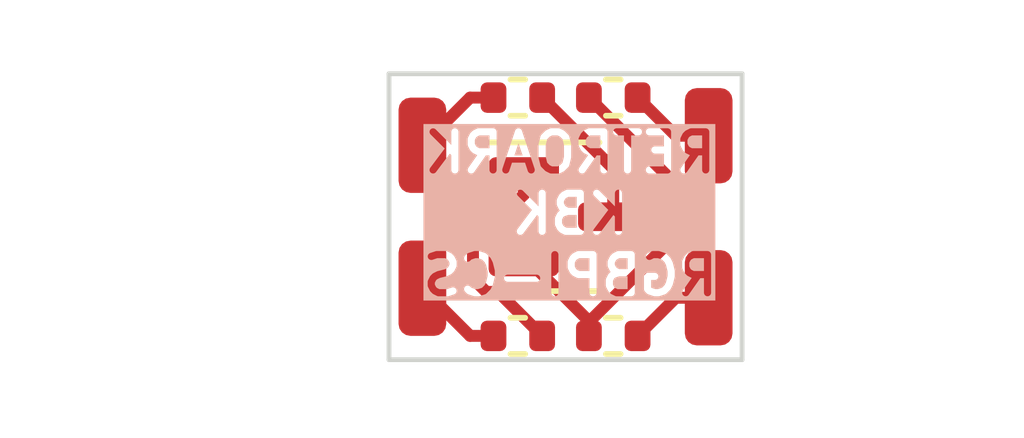
<source format=kicad_pcb>
(kicad_pcb (version 20221018) (generator pcbnew)
  (title_block (title "RGBpi ultracheap sync mixer mod") (date "2024-01-25") (rev "1.00") (company "KabukiFlux / Retroark"))
  (layers (0 "F.Cu" signal) (31 "B.Cu" signal) (34 "B.Paste" user) (35 "F.Paste" user) (36 "B.SilkS" user "B.Silkscreen") (37 "F.SilkS" user "F.Silkscreen") (38 "B.Mask" user) (39 "F.Mask" user) (44 "Edge.Cuts" user))
  (net 0 "")
  (net 1 "/CSYNC")
  (net 2 "GND")
  (net 3 "/HSYNC")
  (net 4 "Net-(Q1-B)")
  (net 5 "Net-(Q1-E)")
  (net 6 "Net-(Q1-C)")
  (net 7 "/VSYNC")
  (footprint "Package_TO_SOT_SMD:SOT-23" (layer "F.Cu") (at 105 67.9)
    (fp_text reference "Q1" hide)
    (fp_text value "MMBT3904")
    (fp_line (start 0 -1.56) (end -1.675 -1.56) (stroke (width 0.12)) (layer "F.SilkS"))
    (fp_line (start 0 -1.56) (end 0.65 -1.56) (stroke (width 0.12)) (layer "F.SilkS"))
    (fp_line (start 0 1.56) (end -0.65 1.56) (stroke (width 0.12)) (layer "F.SilkS"))
    (fp_line (start 0 1.56) (end 0.65 1.56) (stroke (width 0.12)) (layer "F.SilkS"))
    (pad "1" smd roundrect (at -0.9375 -0.95) (size 1.475 0.6) (layers "F.Cu" "F.Paste" "F.Mask") (net 4 "Net-(Q1-B)"))
    (pad "2" smd roundrect (at -0.9375 0.95) (size 1.475 0.6) (layers "F.Cu" "F.Paste" "F.Mask") (net 5 "Net-(Q1-E)"))
    (pad "3" smd roundrect (at 0.9375 0) (size 1.475 0.6) (layers "F.Cu" "F.Paste" "F.Mask") (net 6 "Net-(Q1-C)"))
  )
  (footprint "Resistor_SMD:R_0402_1005Metric" (layer "F.Cu") (at 105.9375 70.4)
    (fp_text reference "R3" hide)
    (fp_text value "1k")
    (fp_line (start -0.153641 -0.38) (end 0.153641 -0.38) (stroke (width 0.12)) (layer "F.SilkS"))
    (fp_line (start -0.153641 0.38) (end 0.153641 0.38) (stroke (width 0.12)) (layer "F.SilkS"))
    (pad "1" smd roundrect (at -0.51 0) (size 0.54 0.64) (layers "F.Cu" "F.Paste" "F.Mask") (net 5 "Net-(Q1-E)"))
    (pad "2" smd roundrect (at 0.51 0) (size 0.54 0.64) (layers "F.Cu" "F.Paste" "F.Mask") (net 2 "GND"))
  )
  (footprint "Resistor_SMD:R_0402_1005Metric" (layer "F.Cu") (at 103.9375 65.4)
    (fp_text reference "R1" hide)
    (fp_text value "100")
    (fp_line (start -0.153641 -0.38) (end 0.153641 -0.38) (stroke (width 0.12)) (layer "F.SilkS"))
    (fp_line (start -0.153641 0.38) (end 0.153641 0.38) (stroke (width 0.12)) (layer "F.SilkS"))
    (pad "1" smd roundrect (at -0.51 0) (size 0.54 0.64) (layers "F.Cu" "F.Paste" "F.Mask") (net 7 "/VSYNC"))
    (pad "2" smd roundrect (at 0.51 0) (size 0.54 0.64) (layers "F.Cu" "F.Paste" "F.Mask") (net 6 "Net-(Q1-C)"))
  )
  (footprint "Connector_Wire:SolderWirePad_1x01_SMD_1x2mm" (layer "F.Cu") (at 107.9375 66.2)
    (fp_text reference "CSYNC1" hide)
    (fp_text value "CSYNC CONN" hide)
    (pad "1" smd roundrect (at 0 0) (size 1 2) (layers "F.Cu" "F.Paste" "F.Mask") (net 1 "/CSYNC"))
  )
  (footprint "Resistor_SMD:R_0402_1005Metric" (layer "F.Cu") (at 105.9375 65.4)
    (fp_text reference "R4" hide)
    (fp_text value "470")
    (fp_line (start -0.153641 -0.38) (end 0.153641 -0.38) (stroke (width 0.12)) (layer "F.SilkS"))
    (fp_line (start -0.153641 0.38) (end 0.153641 0.38) (stroke (width 0.12)) (layer "F.SilkS"))
    (pad "1" smd roundrect (at -0.51 0) (size 0.54 0.64) (layers "F.Cu" "F.Paste" "F.Mask") (net 5 "Net-(Q1-E)"))
    (pad "2" smd roundrect (at 0.51 0) (size 0.54 0.64) (layers "F.Cu" "F.Paste" "F.Mask") (net 1 "/CSYNC"))
  )
  (footprint "Connector_Wire:SolderWirePad_1x01_SMD_1x2mm" (layer "F.Cu") (at 101.9375 69.4 180)
    (fp_text reference "HSYNC1" hide)
    (fp_text value "HSYNC CONN" hide)
    (pad "1" smd roundrect (at 0 0 180) (size 1 2) (layers "F.Cu" "F.Paste" "F.Mask") (net 3 "/HSYNC"))
  )
  (footprint "Connector_Wire:SolderWirePad_1x01_SMD_1x2mm" (layer "F.Cu") (at 101.9375 66.4 180)
    (fp_text reference "VSYNC1" hide)
    (fp_text value "VSYNC CONN" hide)
    (pad "1" smd roundrect (at 0 0 180) (size 1 2) (layers "F.Cu" "F.Paste" "F.Mask") (net 7 "/VSYNC"))
  )
  (footprint "Connector_Wire:SolderWirePad_1x01_SMD_1x2mm" (layer "F.Cu") (at 107.9375 69.6)
    (fp_text reference "GND1" hide)
    (fp_text value "GND CONN" hide)
    (pad "1" smd roundrect (at 0 0) (size 1 2) (layers "F.Cu" "F.Paste" "F.Mask") (net 2 "GND"))
  )
  (footprint "Resistor_SMD:R_0402_1005Metric" (layer "F.Cu") (at 103.9375 70.4)
    (fp_text reference "R2" hide)
    (fp_text value "10k")
    (fp_line (start -0.153641 -0.38) (end 0.153641 -0.38) (stroke (width 0.12)) (layer "F.SilkS"))
    (fp_line (start -0.153641 0.38) (end 0.153641 0.38) (stroke (width 0.12)) (layer "F.SilkS"))
    (pad "1" smd roundrect (at -0.51 0) (size 0.54 0.64) (layers "F.Cu" "F.Paste" "F.Mask") (net 3 "/HSYNC"))
    (pad "2" smd roundrect (at 0.51 0) (size 0.54 0.64) (layers "F.Cu" "F.Paste" "F.Mask") (net 4 "Net-(Q1-B)"))
  )
  (gr_line (start 108.6375 70.9) (end 101.2375 70.9) (stroke (width 0.1)) (layer "Edge.Cuts"))
  (gr_line (start 108.6375 64.9) (end 108.6375 70.9) (stroke (width 0.1)) (layer "Edge.Cuts"))
  (gr_line (start 101.2375 70.9) (end 101.2375 64.9) (stroke (width 0.1)) (layer "Edge.Cuts"))
  (gr_line (start 101.2375 64.9) (end 108.6375 64.9) (stroke (width 0.1)) (layer "Edge.Cuts"))
  (gr_text "RETROARK\nKBK\nRGBPI-CS" (at 105.0375 69.6) (layer "B.SilkS" knockout) (effects (font (size 0.8 0.8)) (justify bottom mirror)))
  (segment (start 107.9375 66.2) (end 107.2475 66.2) (width 0.25) (layer "F.Cu") (net 1))
  (segment (start 107.2475 66.2) (end 106.4475 65.4) (width 0.25) (layer "F.Cu") (net 1))
  (segment (start 107.9375 69.6) (end 107.2475 69.6) (width 0.25) (layer "F.Cu") (net 2))
  (segment (start 107.2475 69.6) (end 106.4475 70.4) (width 0.25) (layer "F.Cu") (net 2))
  (segment (start 101.9375 69.4) (end 102.9375 70.4) (width 0.25) (layer "F.Cu") (net 3))
  (segment (start 102.9375 70.4) (end 103.4275 70.4) (width 0.25) (layer "F.Cu") (net 3))
  (segment (start 104.0625 66.95) (end 104.0625 67.4373) (width 0.25) (layer "F.Cu") (net 4))
  (segment (start 104.0625 67.4373) (end 104.0624 67.4373) (width 0.25) (layer "F.Cu") (net 4))
  (segment (start 102.9975 68.5022) (end 102.9975 69.1978) (width 0.25) (layer "F.Cu") (net 4))
  (segment (start 103.2772 69.4775) (end 103.525 69.4775) (width 0.25) (layer "F.Cu") (net 4))
  (segment (start 104.0624 67.4373) (end 102.9975 68.5022) (width 0.25) (layer "F.Cu") (net 4))
  (segment (start 102.9975 69.1978) (end 103.2772 69.4775) (width 0.25) (layer "F.Cu") (net 4))
  (segment (start 103.525 69.4775) (end 104.4475 70.4) (width 0.25) (layer "F.Cu") (net 4))
  (segment (start 107.0332 67.0057) (end 107.0332 68.5043) (width 0.25) (layer "F.Cu") (net 5))
  (segment (start 105.4275 70.11) (end 105.4275 70.4) (width 0.25) (layer "F.Cu") (net 5))
  (segment (start 104.1875 68.85) (end 104.0625 68.85) (width 0.25) (layer "F.Cu") (net 5))
  (segment (start 105.4275 70.09) (end 104.1875 68.85) (width 0.25) (layer "F.Cu") (net 5))
  (segment (start 107.0332 68.5043) (end 105.4275 70.11) (width 0.25) (layer "F.Cu") (net 5))
  (segment (start 105.4275 70.11) (end 105.4275 70.09) (width 0.25) (layer "F.Cu") (net 5))
  (segment (start 105.4275 65.4) (end 107.0332 67.0057) (width 0.25) (layer "F.Cu") (net 5))
  (segment (start 105.9375 66.89) (end 104.4475 65.4) (width 0.25) (layer "F.Cu") (net 6))
  (segment (start 105.9375 67.9) (end 105.9375 66.89) (width 0.25) (layer "F.Cu") (net 6))
  (segment (start 101.9375 66.4) (end 102.9375 65.4) (width 0.25) (layer "F.Cu") (net 7))
  (segment (start 102.9375 65.4) (end 103.4275 65.4) (width 0.25) (layer "F.Cu") (net 7))
)
</source>
